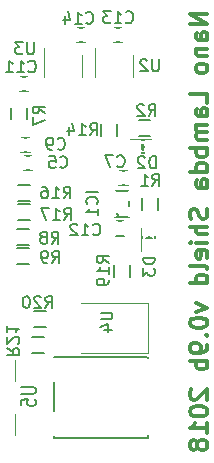
<source format=gbo>
G04 #@! TF.GenerationSoftware,KiCad,Pcbnew,(5.0.0-3-g5ebb6b6)*
G04 #@! TF.CreationDate,2018-09-16T20:00:54+02:00*
G04 #@! TF.ProjectId,Nano_Lambda,4E616E6F5F4C616D6264612E6B696361,rev?*
G04 #@! TF.SameCoordinates,Original*
G04 #@! TF.FileFunction,Legend,Bot*
G04 #@! TF.FilePolarity,Positive*
%FSLAX46Y46*%
G04 Gerber Fmt 4.6, Leading zero omitted, Abs format (unit mm)*
G04 Created by KiCad (PCBNEW (5.0.0-3-g5ebb6b6)) date Sunday, 16 September 2018 at 20:00:54*
%MOMM*%
%LPD*%
G01*
G04 APERTURE LIST*
%ADD10C,0.300000*%
%ADD11C,0.150000*%
%ADD12C,0.120000*%
%ADD13C,0.127000*%
%ADD14C,0.203200*%
%ADD15C,2.127200*%
%ADD16R,2.127200X2.127200*%
%ADD17C,2.250000*%
%ADD18R,1.197560X1.197560*%
%ADD19R,1.200000X1.150000*%
%ADD20R,1.060400X0.806400*%
%ADD21R,1.300000X0.900000*%
%ADD22R,0.900000X1.300000*%
%ADD23R,1.050000X1.460000*%
%ADD24R,2.900000X2.700000*%
%ADD25R,1.900000X3.400000*%
%ADD26R,3.400000X3.400000*%
%ADD27R,3.448000X2.051000*%
%ADD28R,6.496000X6.496000*%
G04 APERTURE END LIST*
D10*
X181808571Y-61131428D02*
X180308571Y-61131428D01*
X181808571Y-61988571D01*
X180308571Y-61988571D01*
X181808571Y-63345714D02*
X181022857Y-63345714D01*
X180880000Y-63274285D01*
X180808571Y-63131428D01*
X180808571Y-62845714D01*
X180880000Y-62702857D01*
X181737142Y-63345714D02*
X181808571Y-63202857D01*
X181808571Y-62845714D01*
X181737142Y-62702857D01*
X181594285Y-62631428D01*
X181451428Y-62631428D01*
X181308571Y-62702857D01*
X181237142Y-62845714D01*
X181237142Y-63202857D01*
X181165714Y-63345714D01*
X180808571Y-64060000D02*
X181808571Y-64060000D01*
X180951428Y-64060000D02*
X180880000Y-64131428D01*
X180808571Y-64274285D01*
X180808571Y-64488571D01*
X180880000Y-64631428D01*
X181022857Y-64702857D01*
X181808571Y-64702857D01*
X181808571Y-65631428D02*
X181737142Y-65488571D01*
X181665714Y-65417142D01*
X181522857Y-65345714D01*
X181094285Y-65345714D01*
X180951428Y-65417142D01*
X180880000Y-65488571D01*
X180808571Y-65631428D01*
X180808571Y-65845714D01*
X180880000Y-65988571D01*
X180951428Y-66060000D01*
X181094285Y-66131428D01*
X181522857Y-66131428D01*
X181665714Y-66060000D01*
X181737142Y-65988571D01*
X181808571Y-65845714D01*
X181808571Y-65631428D01*
X181808571Y-68631428D02*
X181808571Y-67917142D01*
X180308571Y-67917142D01*
X181808571Y-69774285D02*
X181022857Y-69774285D01*
X180880000Y-69702857D01*
X180808571Y-69560000D01*
X180808571Y-69274285D01*
X180880000Y-69131428D01*
X181737142Y-69774285D02*
X181808571Y-69631428D01*
X181808571Y-69274285D01*
X181737142Y-69131428D01*
X181594285Y-69060000D01*
X181451428Y-69060000D01*
X181308571Y-69131428D01*
X181237142Y-69274285D01*
X181237142Y-69631428D01*
X181165714Y-69774285D01*
X181808571Y-70488571D02*
X180808571Y-70488571D01*
X180951428Y-70488571D02*
X180880000Y-70560000D01*
X180808571Y-70702857D01*
X180808571Y-70917142D01*
X180880000Y-71060000D01*
X181022857Y-71131428D01*
X181808571Y-71131428D01*
X181022857Y-71131428D02*
X180880000Y-71202857D01*
X180808571Y-71345714D01*
X180808571Y-71560000D01*
X180880000Y-71702857D01*
X181022857Y-71774285D01*
X181808571Y-71774285D01*
X181808571Y-72488571D02*
X180308571Y-72488571D01*
X180880000Y-72488571D02*
X180808571Y-72631428D01*
X180808571Y-72917142D01*
X180880000Y-73060000D01*
X180951428Y-73131428D01*
X181094285Y-73202857D01*
X181522857Y-73202857D01*
X181665714Y-73131428D01*
X181737142Y-73060000D01*
X181808571Y-72917142D01*
X181808571Y-72631428D01*
X181737142Y-72488571D01*
X181808571Y-74488571D02*
X180308571Y-74488571D01*
X181737142Y-74488571D02*
X181808571Y-74345714D01*
X181808571Y-74060000D01*
X181737142Y-73917142D01*
X181665714Y-73845714D01*
X181522857Y-73774285D01*
X181094285Y-73774285D01*
X180951428Y-73845714D01*
X180880000Y-73917142D01*
X180808571Y-74060000D01*
X180808571Y-74345714D01*
X180880000Y-74488571D01*
X181808571Y-75845714D02*
X181022857Y-75845714D01*
X180880000Y-75774285D01*
X180808571Y-75631428D01*
X180808571Y-75345714D01*
X180880000Y-75202857D01*
X181737142Y-75845714D02*
X181808571Y-75702857D01*
X181808571Y-75345714D01*
X181737142Y-75202857D01*
X181594285Y-75131428D01*
X181451428Y-75131428D01*
X181308571Y-75202857D01*
X181237142Y-75345714D01*
X181237142Y-75702857D01*
X181165714Y-75845714D01*
X181737142Y-77631428D02*
X181808571Y-77845714D01*
X181808571Y-78202857D01*
X181737142Y-78345714D01*
X181665714Y-78417142D01*
X181522857Y-78488571D01*
X181380000Y-78488571D01*
X181237142Y-78417142D01*
X181165714Y-78345714D01*
X181094285Y-78202857D01*
X181022857Y-77917142D01*
X180951428Y-77774285D01*
X180880000Y-77702857D01*
X180737142Y-77631428D01*
X180594285Y-77631428D01*
X180451428Y-77702857D01*
X180380000Y-77774285D01*
X180308571Y-77917142D01*
X180308571Y-78274285D01*
X180380000Y-78488571D01*
X181808571Y-79131428D02*
X180308571Y-79131428D01*
X181808571Y-79774285D02*
X181022857Y-79774285D01*
X180880000Y-79702857D01*
X180808571Y-79560000D01*
X180808571Y-79345714D01*
X180880000Y-79202857D01*
X180951428Y-79131428D01*
X181808571Y-80488571D02*
X180808571Y-80488571D01*
X180308571Y-80488571D02*
X180380000Y-80417142D01*
X180451428Y-80488571D01*
X180380000Y-80560000D01*
X180308571Y-80488571D01*
X180451428Y-80488571D01*
X181737142Y-81774285D02*
X181808571Y-81631428D01*
X181808571Y-81345714D01*
X181737142Y-81202857D01*
X181594285Y-81131428D01*
X181022857Y-81131428D01*
X180880000Y-81202857D01*
X180808571Y-81345714D01*
X180808571Y-81631428D01*
X180880000Y-81774285D01*
X181022857Y-81845714D01*
X181165714Y-81845714D01*
X181308571Y-81131428D01*
X181808571Y-82702857D02*
X181737142Y-82560000D01*
X181594285Y-82488571D01*
X180308571Y-82488571D01*
X181808571Y-83917142D02*
X180308571Y-83917142D01*
X181737142Y-83917142D02*
X181808571Y-83774285D01*
X181808571Y-83488571D01*
X181737142Y-83345714D01*
X181665714Y-83274285D01*
X181522857Y-83202857D01*
X181094285Y-83202857D01*
X180951428Y-83274285D01*
X180880000Y-83345714D01*
X180808571Y-83488571D01*
X180808571Y-83774285D01*
X180880000Y-83917142D01*
X180808571Y-85631428D02*
X181808571Y-85988571D01*
X180808571Y-86345714D01*
X180308571Y-87202857D02*
X180308571Y-87345714D01*
X180380000Y-87488571D01*
X180451428Y-87560000D01*
X180594285Y-87631428D01*
X180880000Y-87702857D01*
X181237142Y-87702857D01*
X181522857Y-87631428D01*
X181665714Y-87560000D01*
X181737142Y-87488571D01*
X181808571Y-87345714D01*
X181808571Y-87202857D01*
X181737142Y-87060000D01*
X181665714Y-86988571D01*
X181522857Y-86917142D01*
X181237142Y-86845714D01*
X180880000Y-86845714D01*
X180594285Y-86917142D01*
X180451428Y-86988571D01*
X180380000Y-87060000D01*
X180308571Y-87202857D01*
X181665714Y-88345714D02*
X181737142Y-88417142D01*
X181808571Y-88345714D01*
X181737142Y-88274285D01*
X181665714Y-88345714D01*
X181808571Y-88345714D01*
X181808571Y-89131428D02*
X181808571Y-89417142D01*
X181737142Y-89560000D01*
X181665714Y-89631428D01*
X181451428Y-89774285D01*
X181165714Y-89845714D01*
X180594285Y-89845714D01*
X180451428Y-89774285D01*
X180380000Y-89702857D01*
X180308571Y-89560000D01*
X180308571Y-89274285D01*
X180380000Y-89131428D01*
X180451428Y-89060000D01*
X180594285Y-88988571D01*
X180951428Y-88988571D01*
X181094285Y-89060000D01*
X181165714Y-89131428D01*
X181237142Y-89274285D01*
X181237142Y-89560000D01*
X181165714Y-89702857D01*
X181094285Y-89774285D01*
X180951428Y-89845714D01*
X181808571Y-90488571D02*
X180308571Y-90488571D01*
X180880000Y-90488571D02*
X180808571Y-90631428D01*
X180808571Y-90917142D01*
X180880000Y-91060000D01*
X180951428Y-91131428D01*
X181094285Y-91202857D01*
X181522857Y-91202857D01*
X181665714Y-91131428D01*
X181737142Y-91060000D01*
X181808571Y-90917142D01*
X181808571Y-90631428D01*
X181737142Y-90488571D01*
X180451428Y-92917142D02*
X180380000Y-92988571D01*
X180308571Y-93131428D01*
X180308571Y-93488571D01*
X180380000Y-93631428D01*
X180451428Y-93702857D01*
X180594285Y-93774285D01*
X180737142Y-93774285D01*
X180951428Y-93702857D01*
X181808571Y-92845714D01*
X181808571Y-93774285D01*
X180308571Y-94702857D02*
X180308571Y-94845714D01*
X180380000Y-94988571D01*
X180451428Y-95060000D01*
X180594285Y-95131428D01*
X180880000Y-95202857D01*
X181237142Y-95202857D01*
X181522857Y-95131428D01*
X181665714Y-95060000D01*
X181737142Y-94988571D01*
X181808571Y-94845714D01*
X181808571Y-94702857D01*
X181737142Y-94560000D01*
X181665714Y-94488571D01*
X181522857Y-94417142D01*
X181237142Y-94345714D01*
X180880000Y-94345714D01*
X180594285Y-94417142D01*
X180451428Y-94488571D01*
X180380000Y-94560000D01*
X180308571Y-94702857D01*
X181808571Y-96631428D02*
X181808571Y-95774285D01*
X181808571Y-96202857D02*
X180308571Y-96202857D01*
X180522857Y-96060000D01*
X180665714Y-95917142D01*
X180737142Y-95774285D01*
X180951428Y-97488571D02*
X180880000Y-97345714D01*
X180808571Y-97274285D01*
X180665714Y-97202857D01*
X180594285Y-97202857D01*
X180451428Y-97274285D01*
X180380000Y-97345714D01*
X180308571Y-97488571D01*
X180308571Y-97774285D01*
X180380000Y-97917142D01*
X180451428Y-97988571D01*
X180594285Y-98060000D01*
X180665714Y-98060000D01*
X180808571Y-97988571D01*
X180880000Y-97917142D01*
X180951428Y-97774285D01*
X180951428Y-97488571D01*
X181022857Y-97345714D01*
X181094285Y-97274285D01*
X181237142Y-97202857D01*
X181522857Y-97202857D01*
X181665714Y-97274285D01*
X181737142Y-97345714D01*
X181808571Y-97488571D01*
X181808571Y-97774285D01*
X181737142Y-97917142D01*
X181665714Y-97988571D01*
X181522857Y-98060000D01*
X181237142Y-98060000D01*
X181094285Y-97988571D01*
X181022857Y-97917142D01*
X180951428Y-97774285D01*
D11*
G04 #@! TO.C,D2*
X176350700Y-72120000D02*
X176100700Y-72370000D01*
X176350700Y-72620000D02*
X176350700Y-72120000D01*
X176100700Y-72370000D02*
X176350700Y-72620000D01*
X176100700Y-72620000D02*
X176100700Y-72120000D01*
X176150700Y-72370000D02*
X176600700Y-72370000D01*
X175250700Y-72920000D02*
X177150700Y-72920000D01*
X175250700Y-71820000D02*
X177150700Y-71820000D01*
G04 #@! TO.C,D3*
X176280000Y-81160000D02*
X176280000Y-79260000D01*
X177380000Y-81160000D02*
X177380000Y-79260000D01*
X176830000Y-80260000D02*
X176830000Y-79810000D01*
X177080000Y-80310000D02*
X176580000Y-80310000D01*
X176830000Y-80310000D02*
X177080000Y-80060000D01*
X177080000Y-80060000D02*
X176580000Y-80060000D01*
X176580000Y-80060000D02*
X176830000Y-80310000D01*
G04 #@! TO.C,C5*
X166260000Y-74320000D02*
X166960000Y-74320000D01*
X166960000Y-73120000D02*
X166260000Y-73120000D01*
G04 #@! TO.C,C7*
X174350000Y-75640000D02*
X175050000Y-75640000D01*
X175050000Y-74440000D02*
X174350000Y-74440000D01*
G04 #@! TO.C,C9*
X166040000Y-72810000D02*
X166740000Y-72810000D01*
X166740000Y-71610000D02*
X166040000Y-71610000D01*
G04 #@! TO.C,C11*
X165930000Y-67640000D02*
X166630000Y-67640000D01*
X166630000Y-66440000D02*
X165930000Y-66440000D01*
G04 #@! TO.C,C12*
X174750000Y-78690000D02*
X174050000Y-78690000D01*
X174050000Y-79890000D02*
X174750000Y-79890000D01*
G04 #@! TO.C,IC1*
X173954000Y-76139600D02*
X175154000Y-76139600D01*
X173954000Y-78339600D02*
X173954000Y-76139600D01*
X175154000Y-78339600D02*
X173954000Y-78339600D01*
X175154000Y-76139600D02*
X175154000Y-78339600D01*
X174254000Y-78039600D02*
X173954000Y-78039600D01*
X174254000Y-78339600D02*
X174254000Y-78039600D01*
G04 #@! TO.C,R1*
X176275000Y-76730000D02*
X176275000Y-77730000D01*
X177625000Y-77730000D02*
X177625000Y-76730000D01*
G04 #@! TO.C,R2*
X175970000Y-71485000D02*
X176970000Y-71485000D01*
X176970000Y-70135000D02*
X175970000Y-70135000D01*
G04 #@! TO.C,R7*
X165175000Y-69050000D02*
X165175000Y-70050000D01*
X166525000Y-70050000D02*
X166525000Y-69050000D01*
G04 #@! TO.C,R14*
X172825000Y-70430000D02*
X172825000Y-71430000D01*
X174175000Y-71430000D02*
X174175000Y-70430000D01*
G04 #@! TO.C,R16*
X165760000Y-76965000D02*
X166760000Y-76965000D01*
X166760000Y-75615000D02*
X165760000Y-75615000D01*
G04 #@! TO.C,R17*
X166750000Y-77215000D02*
X165750000Y-77215000D01*
X165750000Y-78565000D02*
X166750000Y-78565000D01*
G04 #@! TO.C,R19*
X175265000Y-83370000D02*
X175265000Y-82370000D01*
X173915000Y-82370000D02*
X173915000Y-83370000D01*
G04 #@! TO.C,R20*
X167100000Y-87655000D02*
X168100000Y-87655000D01*
X168100000Y-86305000D02*
X167100000Y-86305000D01*
G04 #@! TO.C,R21*
X167950000Y-88485000D02*
X166950000Y-88485000D01*
X166950000Y-89835000D02*
X167950000Y-89835000D01*
D12*
G04 #@! TO.C,U2*
X172262000Y-66434000D02*
X172262000Y-63984000D01*
X175482000Y-64634000D02*
X175482000Y-66434000D01*
G04 #@! TO.C,U3*
X171150000Y-64630000D02*
X171150000Y-66430000D01*
X167930000Y-66430000D02*
X167930000Y-63980000D01*
G04 #@! TO.C,U4*
X176769000Y-85560000D02*
X171069000Y-85560000D01*
X176769000Y-89860000D02*
X171069000Y-89860000D01*
X176769000Y-85560000D02*
X176769000Y-89860000D01*
D13*
G04 #@! TO.C,U5*
X168783000Y-92202000D02*
X165608000Y-92202000D01*
X165608000Y-92202000D02*
X165608000Y-90424000D01*
X165608000Y-90424000D02*
X168783000Y-90424000D01*
X168783000Y-96774000D02*
X165608000Y-96774000D01*
X165608000Y-96774000D02*
X165608000Y-94996000D01*
X165608000Y-94996000D02*
X168783000Y-94996000D01*
X174879000Y-90170000D02*
X168783000Y-90170000D01*
X168783000Y-90170000D02*
X168783000Y-97028000D01*
X168783000Y-97028000D02*
X176657000Y-97028000D01*
X176784000Y-97028000D02*
X176784000Y-90170000D01*
X176657000Y-90170000D02*
X174879000Y-90170000D01*
D11*
G04 #@! TO.C,C13*
X174580000Y-62280000D02*
X173880000Y-62280000D01*
X173880000Y-63480000D02*
X174580000Y-63480000D01*
G04 #@! TO.C,C14*
X170730000Y-63480000D02*
X171430000Y-63480000D01*
X171430000Y-62280000D02*
X170730000Y-62280000D01*
G04 #@! TO.C,R8*
X165660000Y-80665000D02*
X166660000Y-80665000D01*
X166660000Y-79315000D02*
X165660000Y-79315000D01*
G04 #@! TO.C,R9*
X166660000Y-80905000D02*
X165660000Y-80905000D01*
X165660000Y-82255000D02*
X166660000Y-82255000D01*
G04 #@! TO.C,D2*
X177428095Y-74192380D02*
X177428095Y-73192380D01*
X177190000Y-73192380D01*
X177047142Y-73240000D01*
X176951904Y-73335238D01*
X176904285Y-73430476D01*
X176856666Y-73620952D01*
X176856666Y-73763809D01*
X176904285Y-73954285D01*
X176951904Y-74049523D01*
X177047142Y-74144761D01*
X177190000Y-74192380D01*
X177428095Y-74192380D01*
X176475714Y-73287619D02*
X176428095Y-73240000D01*
X176332857Y-73192380D01*
X176094761Y-73192380D01*
X175999523Y-73240000D01*
X175951904Y-73287619D01*
X175904285Y-73382857D01*
X175904285Y-73478095D01*
X175951904Y-73620952D01*
X176523333Y-74192380D01*
X175904285Y-74192380D01*
G04 #@! TO.C,D3*
X177342380Y-81761904D02*
X176342380Y-81761904D01*
X176342380Y-82000000D01*
X176390000Y-82142857D01*
X176485238Y-82238095D01*
X176580476Y-82285714D01*
X176770952Y-82333333D01*
X176913809Y-82333333D01*
X177104285Y-82285714D01*
X177199523Y-82238095D01*
X177294761Y-82142857D01*
X177342380Y-82000000D01*
X177342380Y-81761904D01*
X176342380Y-82666666D02*
X176342380Y-83285714D01*
X176723333Y-82952380D01*
X176723333Y-83095238D01*
X176770952Y-83190476D01*
X176818571Y-83238095D01*
X176913809Y-83285714D01*
X177151904Y-83285714D01*
X177247142Y-83238095D01*
X177294761Y-83190476D01*
X177342380Y-83095238D01*
X177342380Y-82809523D01*
X177294761Y-82714285D01*
X177247142Y-82666666D01*
G04 #@! TO.C,C5*
X169326666Y-74077142D02*
X169374285Y-74124761D01*
X169517142Y-74172380D01*
X169612380Y-74172380D01*
X169755238Y-74124761D01*
X169850476Y-74029523D01*
X169898095Y-73934285D01*
X169945714Y-73743809D01*
X169945714Y-73600952D01*
X169898095Y-73410476D01*
X169850476Y-73315238D01*
X169755238Y-73220000D01*
X169612380Y-73172380D01*
X169517142Y-73172380D01*
X169374285Y-73220000D01*
X169326666Y-73267619D01*
X168421904Y-73172380D02*
X168898095Y-73172380D01*
X168945714Y-73648571D01*
X168898095Y-73600952D01*
X168802857Y-73553333D01*
X168564761Y-73553333D01*
X168469523Y-73600952D01*
X168421904Y-73648571D01*
X168374285Y-73743809D01*
X168374285Y-73981904D01*
X168421904Y-74077142D01*
X168469523Y-74124761D01*
X168564761Y-74172380D01*
X168802857Y-74172380D01*
X168898095Y-74124761D01*
X168945714Y-74077142D01*
G04 #@! TO.C,C7*
X174166666Y-74007142D02*
X174214285Y-74054761D01*
X174357142Y-74102380D01*
X174452380Y-74102380D01*
X174595238Y-74054761D01*
X174690476Y-73959523D01*
X174738095Y-73864285D01*
X174785714Y-73673809D01*
X174785714Y-73530952D01*
X174738095Y-73340476D01*
X174690476Y-73245238D01*
X174595238Y-73150000D01*
X174452380Y-73102380D01*
X174357142Y-73102380D01*
X174214285Y-73150000D01*
X174166666Y-73197619D01*
X173833333Y-73102380D02*
X173166666Y-73102380D01*
X173595238Y-74102380D01*
G04 #@! TO.C,C9*
X169116666Y-72527142D02*
X169164285Y-72574761D01*
X169307142Y-72622380D01*
X169402380Y-72622380D01*
X169545238Y-72574761D01*
X169640476Y-72479523D01*
X169688095Y-72384285D01*
X169735714Y-72193809D01*
X169735714Y-72050952D01*
X169688095Y-71860476D01*
X169640476Y-71765238D01*
X169545238Y-71670000D01*
X169402380Y-71622380D01*
X169307142Y-71622380D01*
X169164285Y-71670000D01*
X169116666Y-71717619D01*
X168640476Y-72622380D02*
X168450000Y-72622380D01*
X168354761Y-72574761D01*
X168307142Y-72527142D01*
X168211904Y-72384285D01*
X168164285Y-72193809D01*
X168164285Y-71812857D01*
X168211904Y-71717619D01*
X168259523Y-71670000D01*
X168354761Y-71622380D01*
X168545238Y-71622380D01*
X168640476Y-71670000D01*
X168688095Y-71717619D01*
X168735714Y-71812857D01*
X168735714Y-72050952D01*
X168688095Y-72146190D01*
X168640476Y-72193809D01*
X168545238Y-72241428D01*
X168354761Y-72241428D01*
X168259523Y-72193809D01*
X168211904Y-72146190D01*
X168164285Y-72050952D01*
G04 #@! TO.C,C11*
X166652857Y-65987142D02*
X166700476Y-66034761D01*
X166843333Y-66082380D01*
X166938571Y-66082380D01*
X167081428Y-66034761D01*
X167176666Y-65939523D01*
X167224285Y-65844285D01*
X167271904Y-65653809D01*
X167271904Y-65510952D01*
X167224285Y-65320476D01*
X167176666Y-65225238D01*
X167081428Y-65130000D01*
X166938571Y-65082380D01*
X166843333Y-65082380D01*
X166700476Y-65130000D01*
X166652857Y-65177619D01*
X165700476Y-66082380D02*
X166271904Y-66082380D01*
X165986190Y-66082380D02*
X165986190Y-65082380D01*
X166081428Y-65225238D01*
X166176666Y-65320476D01*
X166271904Y-65368095D01*
X164748095Y-66082380D02*
X165319523Y-66082380D01*
X165033809Y-66082380D02*
X165033809Y-65082380D01*
X165129047Y-65225238D01*
X165224285Y-65320476D01*
X165319523Y-65368095D01*
G04 #@! TO.C,C12*
X172112857Y-79777142D02*
X172160476Y-79824761D01*
X172303333Y-79872380D01*
X172398571Y-79872380D01*
X172541428Y-79824761D01*
X172636666Y-79729523D01*
X172684285Y-79634285D01*
X172731904Y-79443809D01*
X172731904Y-79300952D01*
X172684285Y-79110476D01*
X172636666Y-79015238D01*
X172541428Y-78920000D01*
X172398571Y-78872380D01*
X172303333Y-78872380D01*
X172160476Y-78920000D01*
X172112857Y-78967619D01*
X171160476Y-79872380D02*
X171731904Y-79872380D01*
X171446190Y-79872380D02*
X171446190Y-78872380D01*
X171541428Y-79015238D01*
X171636666Y-79110476D01*
X171731904Y-79158095D01*
X170779523Y-78967619D02*
X170731904Y-78920000D01*
X170636666Y-78872380D01*
X170398571Y-78872380D01*
X170303333Y-78920000D01*
X170255714Y-78967619D01*
X170208095Y-79062857D01*
X170208095Y-79158095D01*
X170255714Y-79300952D01*
X170827142Y-79872380D01*
X170208095Y-79872380D01*
G04 #@! TO.C,IC1*
X172542380Y-76173809D02*
X171542380Y-76173809D01*
X172447142Y-77221428D02*
X172494761Y-77173809D01*
X172542380Y-77030952D01*
X172542380Y-76935714D01*
X172494761Y-76792857D01*
X172399523Y-76697619D01*
X172304285Y-76650000D01*
X172113809Y-76602380D01*
X171970952Y-76602380D01*
X171780476Y-76650000D01*
X171685238Y-76697619D01*
X171590000Y-76792857D01*
X171542380Y-76935714D01*
X171542380Y-77030952D01*
X171590000Y-77173809D01*
X171637619Y-77221428D01*
X172542380Y-78173809D02*
X172542380Y-77602380D01*
X172542380Y-77888095D02*
X171542380Y-77888095D01*
X171685238Y-77792857D01*
X171780476Y-77697619D01*
X171828095Y-77602380D01*
G04 #@! TO.C,R1*
X177146666Y-75662380D02*
X177480000Y-75186190D01*
X177718095Y-75662380D02*
X177718095Y-74662380D01*
X177337142Y-74662380D01*
X177241904Y-74710000D01*
X177194285Y-74757619D01*
X177146666Y-74852857D01*
X177146666Y-74995714D01*
X177194285Y-75090952D01*
X177241904Y-75138571D01*
X177337142Y-75186190D01*
X177718095Y-75186190D01*
X176194285Y-75662380D02*
X176765714Y-75662380D01*
X176480000Y-75662380D02*
X176480000Y-74662380D01*
X176575238Y-74805238D01*
X176670476Y-74900476D01*
X176765714Y-74948095D01*
G04 #@! TO.C,R2*
X176816666Y-69762380D02*
X177150000Y-69286190D01*
X177388095Y-69762380D02*
X177388095Y-68762380D01*
X177007142Y-68762380D01*
X176911904Y-68810000D01*
X176864285Y-68857619D01*
X176816666Y-68952857D01*
X176816666Y-69095714D01*
X176864285Y-69190952D01*
X176911904Y-69238571D01*
X177007142Y-69286190D01*
X177388095Y-69286190D01*
X176435714Y-68857619D02*
X176388095Y-68810000D01*
X176292857Y-68762380D01*
X176054761Y-68762380D01*
X175959523Y-68810000D01*
X175911904Y-68857619D01*
X175864285Y-68952857D01*
X175864285Y-69048095D01*
X175911904Y-69190952D01*
X176483333Y-69762380D01*
X175864285Y-69762380D01*
G04 #@! TO.C,R7*
X168022380Y-69533333D02*
X167546190Y-69200000D01*
X168022380Y-68961904D02*
X167022380Y-68961904D01*
X167022380Y-69342857D01*
X167070000Y-69438095D01*
X167117619Y-69485714D01*
X167212857Y-69533333D01*
X167355714Y-69533333D01*
X167450952Y-69485714D01*
X167498571Y-69438095D01*
X167546190Y-69342857D01*
X167546190Y-68961904D01*
X167022380Y-69866666D02*
X167022380Y-70533333D01*
X168022380Y-70104761D01*
G04 #@! TO.C,R14*
X171872857Y-71392380D02*
X172206190Y-70916190D01*
X172444285Y-71392380D02*
X172444285Y-70392380D01*
X172063333Y-70392380D01*
X171968095Y-70440000D01*
X171920476Y-70487619D01*
X171872857Y-70582857D01*
X171872857Y-70725714D01*
X171920476Y-70820952D01*
X171968095Y-70868571D01*
X172063333Y-70916190D01*
X172444285Y-70916190D01*
X170920476Y-71392380D02*
X171491904Y-71392380D01*
X171206190Y-71392380D02*
X171206190Y-70392380D01*
X171301428Y-70535238D01*
X171396666Y-70630476D01*
X171491904Y-70678095D01*
X170063333Y-70725714D02*
X170063333Y-71392380D01*
X170301428Y-70344761D02*
X170539523Y-71059047D01*
X169920476Y-71059047D01*
G04 #@! TO.C,R16*
X169632857Y-76742380D02*
X169966190Y-76266190D01*
X170204285Y-76742380D02*
X170204285Y-75742380D01*
X169823333Y-75742380D01*
X169728095Y-75790000D01*
X169680476Y-75837619D01*
X169632857Y-75932857D01*
X169632857Y-76075714D01*
X169680476Y-76170952D01*
X169728095Y-76218571D01*
X169823333Y-76266190D01*
X170204285Y-76266190D01*
X168680476Y-76742380D02*
X169251904Y-76742380D01*
X168966190Y-76742380D02*
X168966190Y-75742380D01*
X169061428Y-75885238D01*
X169156666Y-75980476D01*
X169251904Y-76028095D01*
X167823333Y-75742380D02*
X168013809Y-75742380D01*
X168109047Y-75790000D01*
X168156666Y-75837619D01*
X168251904Y-75980476D01*
X168299523Y-76170952D01*
X168299523Y-76551904D01*
X168251904Y-76647142D01*
X168204285Y-76694761D01*
X168109047Y-76742380D01*
X167918571Y-76742380D01*
X167823333Y-76694761D01*
X167775714Y-76647142D01*
X167728095Y-76551904D01*
X167728095Y-76313809D01*
X167775714Y-76218571D01*
X167823333Y-76170952D01*
X167918571Y-76123333D01*
X168109047Y-76123333D01*
X168204285Y-76170952D01*
X168251904Y-76218571D01*
X168299523Y-76313809D01*
G04 #@! TO.C,R17*
X169672857Y-78562380D02*
X170006190Y-78086190D01*
X170244285Y-78562380D02*
X170244285Y-77562380D01*
X169863333Y-77562380D01*
X169768095Y-77610000D01*
X169720476Y-77657619D01*
X169672857Y-77752857D01*
X169672857Y-77895714D01*
X169720476Y-77990952D01*
X169768095Y-78038571D01*
X169863333Y-78086190D01*
X170244285Y-78086190D01*
X168720476Y-78562380D02*
X169291904Y-78562380D01*
X169006190Y-78562380D02*
X169006190Y-77562380D01*
X169101428Y-77705238D01*
X169196666Y-77800476D01*
X169291904Y-77848095D01*
X168387142Y-77562380D02*
X167720476Y-77562380D01*
X168149047Y-78562380D01*
G04 #@! TO.C,R19*
X173442380Y-82207142D02*
X172966190Y-81873809D01*
X173442380Y-81635714D02*
X172442380Y-81635714D01*
X172442380Y-82016666D01*
X172490000Y-82111904D01*
X172537619Y-82159523D01*
X172632857Y-82207142D01*
X172775714Y-82207142D01*
X172870952Y-82159523D01*
X172918571Y-82111904D01*
X172966190Y-82016666D01*
X172966190Y-81635714D01*
X173442380Y-83159523D02*
X173442380Y-82588095D01*
X173442380Y-82873809D02*
X172442380Y-82873809D01*
X172585238Y-82778571D01*
X172680476Y-82683333D01*
X172728095Y-82588095D01*
X173442380Y-83635714D02*
X173442380Y-83826190D01*
X173394761Y-83921428D01*
X173347142Y-83969047D01*
X173204285Y-84064285D01*
X173013809Y-84111904D01*
X172632857Y-84111904D01*
X172537619Y-84064285D01*
X172490000Y-84016666D01*
X172442380Y-83921428D01*
X172442380Y-83730952D01*
X172490000Y-83635714D01*
X172537619Y-83588095D01*
X172632857Y-83540476D01*
X172870952Y-83540476D01*
X172966190Y-83588095D01*
X173013809Y-83635714D01*
X173061428Y-83730952D01*
X173061428Y-83921428D01*
X173013809Y-84016666D01*
X172966190Y-84064285D01*
X172870952Y-84111904D01*
G04 #@! TO.C,R20*
X168082857Y-86002380D02*
X168416190Y-85526190D01*
X168654285Y-86002380D02*
X168654285Y-85002380D01*
X168273333Y-85002380D01*
X168178095Y-85050000D01*
X168130476Y-85097619D01*
X168082857Y-85192857D01*
X168082857Y-85335714D01*
X168130476Y-85430952D01*
X168178095Y-85478571D01*
X168273333Y-85526190D01*
X168654285Y-85526190D01*
X167701904Y-85097619D02*
X167654285Y-85050000D01*
X167559047Y-85002380D01*
X167320952Y-85002380D01*
X167225714Y-85050000D01*
X167178095Y-85097619D01*
X167130476Y-85192857D01*
X167130476Y-85288095D01*
X167178095Y-85430952D01*
X167749523Y-86002380D01*
X167130476Y-86002380D01*
X166511428Y-85002380D02*
X166416190Y-85002380D01*
X166320952Y-85050000D01*
X166273333Y-85097619D01*
X166225714Y-85192857D01*
X166178095Y-85383333D01*
X166178095Y-85621428D01*
X166225714Y-85811904D01*
X166273333Y-85907142D01*
X166320952Y-85954761D01*
X166416190Y-86002380D01*
X166511428Y-86002380D01*
X166606666Y-85954761D01*
X166654285Y-85907142D01*
X166701904Y-85811904D01*
X166749523Y-85621428D01*
X166749523Y-85383333D01*
X166701904Y-85192857D01*
X166654285Y-85097619D01*
X166606666Y-85050000D01*
X166511428Y-85002380D01*
G04 #@! TO.C,R21*
X164857619Y-89422857D02*
X165333809Y-89756190D01*
X164857619Y-89994285D02*
X165857619Y-89994285D01*
X165857619Y-89613333D01*
X165810000Y-89518095D01*
X165762380Y-89470476D01*
X165667142Y-89422857D01*
X165524285Y-89422857D01*
X165429047Y-89470476D01*
X165381428Y-89518095D01*
X165333809Y-89613333D01*
X165333809Y-89994285D01*
X165762380Y-89041904D02*
X165810000Y-88994285D01*
X165857619Y-88899047D01*
X165857619Y-88660952D01*
X165810000Y-88565714D01*
X165762380Y-88518095D01*
X165667142Y-88470476D01*
X165571904Y-88470476D01*
X165429047Y-88518095D01*
X164857619Y-89089523D01*
X164857619Y-88470476D01*
X164857619Y-87518095D02*
X164857619Y-88089523D01*
X164857619Y-87803809D02*
X165857619Y-87803809D01*
X165714761Y-87899047D01*
X165619523Y-87994285D01*
X165571904Y-88089523D01*
G04 #@! TO.C,U2*
X177681904Y-64972380D02*
X177681904Y-65781904D01*
X177634285Y-65877142D01*
X177586666Y-65924761D01*
X177491428Y-65972380D01*
X177300952Y-65972380D01*
X177205714Y-65924761D01*
X177158095Y-65877142D01*
X177110476Y-65781904D01*
X177110476Y-64972380D01*
X176681904Y-65067619D02*
X176634285Y-65020000D01*
X176539047Y-64972380D01*
X176300952Y-64972380D01*
X176205714Y-65020000D01*
X176158095Y-65067619D01*
X176110476Y-65162857D01*
X176110476Y-65258095D01*
X176158095Y-65400952D01*
X176729523Y-65972380D01*
X176110476Y-65972380D01*
G04 #@! TO.C,U3*
X167121904Y-63532380D02*
X167121904Y-64341904D01*
X167074285Y-64437142D01*
X167026666Y-64484761D01*
X166931428Y-64532380D01*
X166740952Y-64532380D01*
X166645714Y-64484761D01*
X166598095Y-64437142D01*
X166550476Y-64341904D01*
X166550476Y-63532380D01*
X166169523Y-63532380D02*
X165550476Y-63532380D01*
X165883809Y-63913333D01*
X165740952Y-63913333D01*
X165645714Y-63960952D01*
X165598095Y-64008571D01*
X165550476Y-64103809D01*
X165550476Y-64341904D01*
X165598095Y-64437142D01*
X165645714Y-64484761D01*
X165740952Y-64532380D01*
X166026666Y-64532380D01*
X166121904Y-64484761D01*
X166169523Y-64437142D01*
G04 #@! TO.C,U4*
X172749380Y-86418095D02*
X173558904Y-86418095D01*
X173654142Y-86465714D01*
X173701761Y-86513333D01*
X173749380Y-86608571D01*
X173749380Y-86799047D01*
X173701761Y-86894285D01*
X173654142Y-86941904D01*
X173558904Y-86989523D01*
X172749380Y-86989523D01*
X173082714Y-87894285D02*
X173749380Y-87894285D01*
X172701761Y-87656190D02*
X173416047Y-87418095D01*
X173416047Y-88037142D01*
G04 #@! TO.C,U5*
D14*
X166024523Y-92725904D02*
X167052619Y-92725904D01*
X167173571Y-92774285D01*
X167234047Y-92822666D01*
X167294523Y-92919428D01*
X167294523Y-93112952D01*
X167234047Y-93209714D01*
X167173571Y-93258095D01*
X167052619Y-93306476D01*
X166024523Y-93306476D01*
X166024523Y-94274095D02*
X166024523Y-93790285D01*
X166629285Y-93741904D01*
X166568809Y-93790285D01*
X166508333Y-93887047D01*
X166508333Y-94128952D01*
X166568809Y-94225714D01*
X166629285Y-94274095D01*
X166750238Y-94322476D01*
X167052619Y-94322476D01*
X167173571Y-94274095D01*
X167234047Y-94225714D01*
X167294523Y-94128952D01*
X167294523Y-93887047D01*
X167234047Y-93790285D01*
X167173571Y-93741904D01*
G04 #@! TO.C,C13*
D11*
X174902857Y-61807142D02*
X174950476Y-61854761D01*
X175093333Y-61902380D01*
X175188571Y-61902380D01*
X175331428Y-61854761D01*
X175426666Y-61759523D01*
X175474285Y-61664285D01*
X175521904Y-61473809D01*
X175521904Y-61330952D01*
X175474285Y-61140476D01*
X175426666Y-61045238D01*
X175331428Y-60950000D01*
X175188571Y-60902380D01*
X175093333Y-60902380D01*
X174950476Y-60950000D01*
X174902857Y-60997619D01*
X173950476Y-61902380D02*
X174521904Y-61902380D01*
X174236190Y-61902380D02*
X174236190Y-60902380D01*
X174331428Y-61045238D01*
X174426666Y-61140476D01*
X174521904Y-61188095D01*
X173617142Y-60902380D02*
X172998095Y-60902380D01*
X173331428Y-61283333D01*
X173188571Y-61283333D01*
X173093333Y-61330952D01*
X173045714Y-61378571D01*
X172998095Y-61473809D01*
X172998095Y-61711904D01*
X173045714Y-61807142D01*
X173093333Y-61854761D01*
X173188571Y-61902380D01*
X173474285Y-61902380D01*
X173569523Y-61854761D01*
X173617142Y-61807142D01*
G04 #@! TO.C,C14*
X171532857Y-61857142D02*
X171580476Y-61904761D01*
X171723333Y-61952380D01*
X171818571Y-61952380D01*
X171961428Y-61904761D01*
X172056666Y-61809523D01*
X172104285Y-61714285D01*
X172151904Y-61523809D01*
X172151904Y-61380952D01*
X172104285Y-61190476D01*
X172056666Y-61095238D01*
X171961428Y-61000000D01*
X171818571Y-60952380D01*
X171723333Y-60952380D01*
X171580476Y-61000000D01*
X171532857Y-61047619D01*
X170580476Y-61952380D02*
X171151904Y-61952380D01*
X170866190Y-61952380D02*
X170866190Y-60952380D01*
X170961428Y-61095238D01*
X171056666Y-61190476D01*
X171151904Y-61238095D01*
X169723333Y-61285714D02*
X169723333Y-61952380D01*
X169961428Y-60904761D02*
X170199523Y-61619047D01*
X169580476Y-61619047D01*
G04 #@! TO.C,R8*
X168616666Y-80572380D02*
X168950000Y-80096190D01*
X169188095Y-80572380D02*
X169188095Y-79572380D01*
X168807142Y-79572380D01*
X168711904Y-79620000D01*
X168664285Y-79667619D01*
X168616666Y-79762857D01*
X168616666Y-79905714D01*
X168664285Y-80000952D01*
X168711904Y-80048571D01*
X168807142Y-80096190D01*
X169188095Y-80096190D01*
X168045238Y-80000952D02*
X168140476Y-79953333D01*
X168188095Y-79905714D01*
X168235714Y-79810476D01*
X168235714Y-79762857D01*
X168188095Y-79667619D01*
X168140476Y-79620000D01*
X168045238Y-79572380D01*
X167854761Y-79572380D01*
X167759523Y-79620000D01*
X167711904Y-79667619D01*
X167664285Y-79762857D01*
X167664285Y-79810476D01*
X167711904Y-79905714D01*
X167759523Y-79953333D01*
X167854761Y-80000952D01*
X168045238Y-80000952D01*
X168140476Y-80048571D01*
X168188095Y-80096190D01*
X168235714Y-80191428D01*
X168235714Y-80381904D01*
X168188095Y-80477142D01*
X168140476Y-80524761D01*
X168045238Y-80572380D01*
X167854761Y-80572380D01*
X167759523Y-80524761D01*
X167711904Y-80477142D01*
X167664285Y-80381904D01*
X167664285Y-80191428D01*
X167711904Y-80096190D01*
X167759523Y-80048571D01*
X167854761Y-80000952D01*
G04 #@! TO.C,R9*
X168666666Y-82192380D02*
X169000000Y-81716190D01*
X169238095Y-82192380D02*
X169238095Y-81192380D01*
X168857142Y-81192380D01*
X168761904Y-81240000D01*
X168714285Y-81287619D01*
X168666666Y-81382857D01*
X168666666Y-81525714D01*
X168714285Y-81620952D01*
X168761904Y-81668571D01*
X168857142Y-81716190D01*
X169238095Y-81716190D01*
X168190476Y-82192380D02*
X168000000Y-82192380D01*
X167904761Y-82144761D01*
X167857142Y-82097142D01*
X167761904Y-81954285D01*
X167714285Y-81763809D01*
X167714285Y-81382857D01*
X167761904Y-81287619D01*
X167809523Y-81240000D01*
X167904761Y-81192380D01*
X168095238Y-81192380D01*
X168190476Y-81240000D01*
X168238095Y-81287619D01*
X168285714Y-81382857D01*
X168285714Y-81620952D01*
X168238095Y-81716190D01*
X168190476Y-81763809D01*
X168095238Y-81811428D01*
X167904761Y-81811428D01*
X167809523Y-81763809D01*
X167761904Y-81716190D01*
X167714285Y-81620952D01*
G04 #@! TD*
%LPC*%
D15*
G04 #@! TO.C,XA1*
X163690000Y-97500000D03*
X163690000Y-94960000D03*
X163690000Y-92420000D03*
X163690000Y-89880000D03*
X163690000Y-87340000D03*
X163690000Y-84800000D03*
X163690000Y-82260000D03*
X163690000Y-79720000D03*
X163690000Y-77180000D03*
X163690000Y-74640000D03*
X163690000Y-72100000D03*
X163690000Y-69560000D03*
X163690000Y-67020000D03*
X163690000Y-64480000D03*
X163690000Y-61940000D03*
X178930000Y-61940000D03*
X178930000Y-64480000D03*
X178930000Y-67020000D03*
X178930000Y-69560000D03*
X178930000Y-72100000D03*
X178930000Y-74640000D03*
X178930000Y-77180000D03*
X178930000Y-79720000D03*
X178930000Y-82260000D03*
X178930000Y-84800000D03*
X178930000Y-87340000D03*
X178930000Y-89880000D03*
X178930000Y-92420000D03*
X178930000Y-94960000D03*
D16*
X178930000Y-97500000D03*
D17*
X178930000Y-100040000D03*
X163690000Y-100040000D03*
X178930000Y-59400000D03*
X163690000Y-59400000D03*
G04 #@! TD*
D18*
G04 #@! TO.C,D2*
X175601400Y-72370000D03*
X177100000Y-72370000D03*
G04 #@! TD*
G04 #@! TO.C,D3*
X176830000Y-79310700D03*
X176830000Y-80809300D03*
G04 #@! TD*
D19*
G04 #@! TO.C,C5*
X165860000Y-73720000D03*
X167360000Y-73720000D03*
G04 #@! TD*
G04 #@! TO.C,C7*
X173950000Y-75040000D03*
X175450000Y-75040000D03*
G04 #@! TD*
G04 #@! TO.C,C9*
X165640000Y-72210000D03*
X167140000Y-72210000D03*
G04 #@! TD*
G04 #@! TO.C,C11*
X165530000Y-67040000D03*
X167030000Y-67040000D03*
G04 #@! TD*
G04 #@! TO.C,C12*
X175150000Y-79290000D03*
X173650000Y-79290000D03*
G04 #@! TD*
D20*
G04 #@! TO.C,IC1*
X175570000Y-77900000D03*
X175570000Y-76579200D03*
X173538000Y-77239600D03*
X173538000Y-76579200D03*
X173538000Y-77900000D03*
G04 #@! TD*
D21*
G04 #@! TO.C,R1*
X176950000Y-77980000D03*
X176950000Y-76480000D03*
G04 #@! TD*
D22*
G04 #@! TO.C,R2*
X177220000Y-70810000D03*
X175720000Y-70810000D03*
G04 #@! TD*
D21*
G04 #@! TO.C,R7*
X165850000Y-70300000D03*
X165850000Y-68800000D03*
G04 #@! TD*
G04 #@! TO.C,R14*
X173500000Y-71680000D03*
X173500000Y-70180000D03*
G04 #@! TD*
D22*
G04 #@! TO.C,R16*
X167010000Y-76290000D03*
X165510000Y-76290000D03*
G04 #@! TD*
G04 #@! TO.C,R17*
X165500000Y-77890000D03*
X167000000Y-77890000D03*
G04 #@! TD*
D21*
G04 #@! TO.C,R19*
X174590000Y-82120000D03*
X174590000Y-83620000D03*
G04 #@! TD*
D22*
G04 #@! TO.C,R20*
X168350000Y-86980000D03*
X166850000Y-86980000D03*
G04 #@! TD*
G04 #@! TO.C,R21*
X166700000Y-89160000D03*
X168200000Y-89160000D03*
G04 #@! TD*
D23*
G04 #@! TO.C,U2*
X173872000Y-66634000D03*
X172922000Y-66634000D03*
X174822000Y-66634000D03*
X174822000Y-64434000D03*
X173872000Y-64434000D03*
X172922000Y-64434000D03*
G04 #@! TD*
G04 #@! TO.C,U3*
X168590000Y-64430000D03*
X169540000Y-64430000D03*
X170490000Y-64430000D03*
X170490000Y-66630000D03*
X168590000Y-66630000D03*
X169540000Y-66630000D03*
G04 #@! TD*
D24*
G04 #@! TO.C,U4*
X171069000Y-87710000D03*
X175369000Y-87710000D03*
G04 #@! TD*
D25*
G04 #@! TO.C,J10*
X176530000Y-58420000D03*
G04 #@! TD*
G04 #@! TO.C,J12*
X170840400Y-58420000D03*
G04 #@! TD*
G04 #@! TO.C,J13*
X173736000Y-58420000D03*
G04 #@! TD*
D26*
G04 #@! TO.C,J6*
X171450000Y-100965000D03*
G04 #@! TD*
G04 #@! TO.C,J2*
X167386000Y-58420000D03*
G04 #@! TD*
G04 #@! TO.C,J4*
X167132000Y-100990400D03*
G04 #@! TD*
G04 #@! TO.C,J7*
X175514000Y-100965000D03*
G04 #@! TD*
D27*
G04 #@! TO.C,U5*
X167259000Y-95885000D03*
D28*
X173609000Y-93599000D03*
D27*
X167259000Y-91313000D03*
G04 #@! TD*
D19*
G04 #@! TO.C,C13*
X174980000Y-62880000D03*
X173480000Y-62880000D03*
G04 #@! TD*
G04 #@! TO.C,C14*
X170330000Y-62880000D03*
X171830000Y-62880000D03*
G04 #@! TD*
D22*
G04 #@! TO.C,R8*
X166910000Y-79990000D03*
X165410000Y-79990000D03*
G04 #@! TD*
G04 #@! TO.C,R9*
X165410000Y-81580000D03*
X166910000Y-81580000D03*
G04 #@! TD*
M02*

</source>
